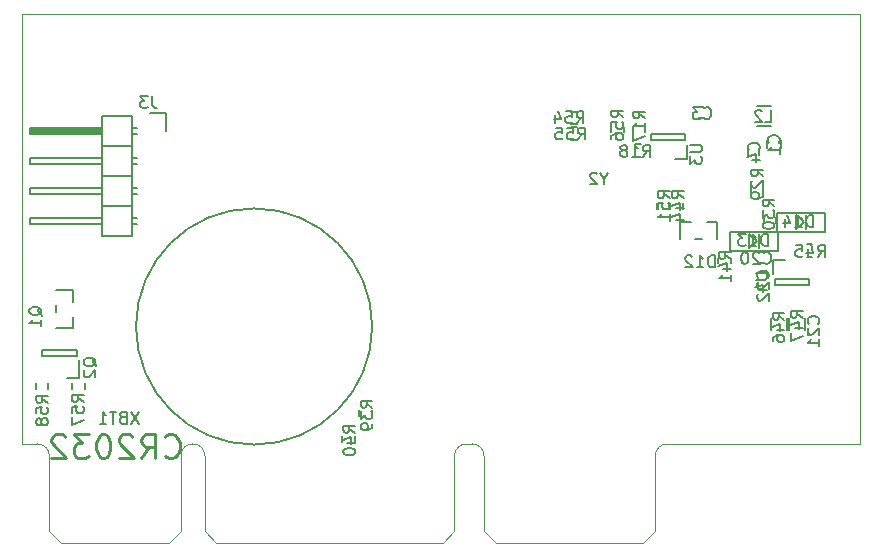
<source format=gbr>
G04 #@! TF.FileFunction,Legend,Bot*
%FSLAX46Y46*%
G04 Gerber Fmt 4.6, Leading zero omitted, Abs format (unit mm)*
G04 Created by KiCad (PCBNEW 4.0.7) date 09/09/17 19:36:50*
%MOMM*%
%LPD*%
G01*
G04 APERTURE LIST*
%ADD10C,0.100000*%
%ADD11C,0.150000*%
%ADD12C,0.250000*%
G04 APERTURE END LIST*
D10*
X86767232Y-135759051D02*
X86767232Y-135359051D01*
X97917232Y-135359051D02*
X97917232Y-135759051D01*
X96917232Y-136759051D02*
X87767232Y-136759051D01*
X96917232Y-136759051D02*
X97917232Y-135759051D01*
X86767232Y-135759051D02*
X87767232Y-136759051D01*
X155417232Y-91959051D02*
X155417232Y-128359051D01*
X84417232Y-128359051D02*
X84417232Y-91959051D01*
X84417232Y-91959051D02*
X155417232Y-91959051D01*
X121067232Y-129359051D02*
X121067232Y-135359051D01*
X121067232Y-129359051D02*
G75*
G02X122067232Y-128359051I1000000J0D01*
G01*
X122567232Y-128359051D02*
X122067232Y-128359051D01*
X122567232Y-128359051D02*
G75*
G02X123567232Y-129359051I0J-1000000D01*
G01*
X123567232Y-135359051D02*
X123567232Y-129359051D01*
X138067232Y-129359051D02*
X138067232Y-135359051D01*
X138067232Y-129359051D02*
G75*
G02X139067232Y-128359051I1000000J0D01*
G01*
X155417232Y-128359051D02*
X139067232Y-128359051D01*
X85767232Y-128359051D02*
X84417232Y-128359051D01*
X85767232Y-128359051D02*
G75*
G02X86767232Y-129359051I0J-1000000D01*
G01*
X86767232Y-135359051D02*
X86767232Y-129359051D01*
X97917232Y-129359051D02*
X97917232Y-135359051D01*
X97917232Y-129359051D02*
G75*
G02X99917232Y-129359051I1000000J0D01*
G01*
X99917232Y-135359051D02*
X99917232Y-129359051D01*
X137067232Y-136759051D02*
X124567232Y-136759051D01*
X137067232Y-136759051D02*
X138067232Y-135759051D01*
X138067232Y-135359051D02*
X138067232Y-135759051D01*
X123567232Y-135759051D02*
X123567232Y-135359051D01*
X123567232Y-135759051D02*
X124567232Y-136759051D01*
X120067232Y-136759051D02*
X100917232Y-136759051D01*
X120067232Y-136759051D02*
X121067232Y-135759051D01*
X121067232Y-135359051D02*
X121067232Y-135759051D01*
X99917232Y-135759051D02*
X99917232Y-135359051D01*
X99917232Y-135759051D02*
X100917232Y-136759051D01*
D11*
X150879200Y-111463600D02*
X151379200Y-111463600D01*
X151379200Y-112513600D02*
X150879200Y-112513600D01*
X142159000Y-100805000D02*
X141659000Y-100805000D01*
X141659000Y-99855000D02*
X142159000Y-99855000D01*
X96631200Y-100304000D02*
X96631200Y-101854000D01*
X95331200Y-100304000D02*
X96631200Y-100304000D01*
X91140200Y-101727000D02*
X85298200Y-101727000D01*
X85298200Y-101727000D02*
X85298200Y-101981000D01*
X85298200Y-101981000D02*
X91140200Y-101981000D01*
X91140200Y-101981000D02*
X91140200Y-101854000D01*
X91140200Y-101854000D02*
X85298200Y-101854000D01*
X93807200Y-101600000D02*
X94188200Y-101600000D01*
X93807200Y-102108000D02*
X94188200Y-102108000D01*
X93807200Y-104140000D02*
X94188200Y-104140000D01*
X93807200Y-104648000D02*
X94188200Y-104648000D01*
X93807200Y-106680000D02*
X94188200Y-106680000D01*
X93807200Y-107188000D02*
X94188200Y-107188000D01*
X93807200Y-109728000D02*
X94188200Y-109728000D01*
X93807200Y-109220000D02*
X94188200Y-109220000D01*
X93807200Y-100584000D02*
X91267200Y-100584000D01*
X93807200Y-103124000D02*
X91267200Y-103124000D01*
X93807200Y-103124000D02*
X93807200Y-105664000D01*
X93807200Y-105664000D02*
X91267200Y-105664000D01*
X91267200Y-104140000D02*
X85171200Y-104140000D01*
X85171200Y-104140000D02*
X85171200Y-104648000D01*
X85171200Y-104648000D02*
X91267200Y-104648000D01*
X91267200Y-105664000D02*
X91267200Y-103124000D01*
X91267200Y-103124000D02*
X91267200Y-100584000D01*
X85171200Y-102108000D02*
X91267200Y-102108000D01*
X85171200Y-101600000D02*
X85171200Y-102108000D01*
X91267200Y-101600000D02*
X85171200Y-101600000D01*
X93807200Y-103124000D02*
X91267200Y-103124000D01*
X93807200Y-100584000D02*
X93807200Y-103124000D01*
X93807200Y-108204000D02*
X91267200Y-108204000D01*
X93807200Y-108204000D02*
X93807200Y-110744000D01*
X93807200Y-110744000D02*
X91267200Y-110744000D01*
X91267200Y-109220000D02*
X85171200Y-109220000D01*
X85171200Y-109220000D02*
X85171200Y-109728000D01*
X85171200Y-109728000D02*
X91267200Y-109728000D01*
X91267200Y-110744000D02*
X91267200Y-108204000D01*
X91267200Y-108204000D02*
X91267200Y-105664000D01*
X85171200Y-107188000D02*
X91267200Y-107188000D01*
X85171200Y-106680000D02*
X85171200Y-107188000D01*
X91267200Y-106680000D02*
X85171200Y-106680000D01*
X93807200Y-108204000D02*
X91267200Y-108204000D01*
X93807200Y-105664000D02*
X93807200Y-108204000D01*
X93807200Y-105664000D02*
X91267200Y-105664000D01*
X137227000Y-101477000D02*
X137227000Y-101977000D01*
X136177000Y-101977000D02*
X136177000Y-101477000D01*
X147506600Y-102621600D02*
X147506600Y-103321600D01*
X148706600Y-103321600D02*
X148706600Y-102621600D01*
X150959000Y-119122000D02*
X150959000Y-118622000D01*
X151909000Y-118622000D02*
X151909000Y-119122000D01*
X146840600Y-112123200D02*
X147340600Y-112123200D01*
X147340600Y-113073200D02*
X146840600Y-113073200D01*
X146643000Y-101459000D02*
X147843000Y-101459000D01*
X147843000Y-99709000D02*
X146643000Y-99709000D01*
X146159200Y-107031600D02*
X146159200Y-106531600D01*
X147209200Y-106531600D02*
X147209200Y-107031600D01*
X148301400Y-109122400D02*
X148301400Y-109622400D01*
X147251400Y-109622400D02*
X147251400Y-109122400D01*
X144466000Y-112576800D02*
X144466000Y-113076800D01*
X143416000Y-113076800D02*
X143416000Y-112576800D01*
X146829000Y-103382000D02*
X146829000Y-103882000D01*
X145879000Y-103882000D02*
X145879000Y-103382000D01*
X136825000Y-104030000D02*
X136325000Y-104030000D01*
X136325000Y-102980000D02*
X136825000Y-102980000D01*
X139352000Y-108454000D02*
X139352000Y-107954000D01*
X140402000Y-107954000D02*
X140402000Y-108454000D01*
X142031200Y-110986800D02*
X141431200Y-110986800D01*
X140131200Y-110986800D02*
X140131200Y-109586800D01*
X140131200Y-109586800D02*
X141131200Y-109586800D01*
X142431200Y-109586800D02*
X143331200Y-109586800D01*
X143331200Y-109586800D02*
X143331200Y-110986800D01*
X150800000Y-109000000D02*
X150800000Y-110200000D01*
X150000000Y-109000000D02*
X150000000Y-110200000D01*
X150000000Y-110200000D02*
X150700000Y-109600000D01*
X150700000Y-109600000D02*
X150000000Y-109000000D01*
X148400000Y-108800000D02*
X152400000Y-108800000D01*
X152400000Y-108800000D02*
X152400000Y-110400000D01*
X152400000Y-110400000D02*
X148400000Y-110400000D01*
X148400000Y-110400000D02*
X148400000Y-108800000D01*
X147838000Y-117737000D02*
X147838000Y-118737000D01*
X149188000Y-118737000D02*
X149188000Y-117737000D01*
X150712000Y-118737000D02*
X150712000Y-117737000D01*
X149362000Y-117737000D02*
X149362000Y-118737000D01*
X146817500Y-110588500D02*
X146817500Y-111788500D01*
X146017500Y-110588500D02*
X146017500Y-111788500D01*
X146017500Y-111788500D02*
X146717500Y-111188500D01*
X146717500Y-111188500D02*
X146017500Y-110588500D01*
X144417500Y-110388500D02*
X148417500Y-110388500D01*
X148417500Y-110388500D02*
X148417500Y-111988500D01*
X148417500Y-111988500D02*
X144417500Y-111988500D01*
X144417500Y-111988500D02*
X144417500Y-110388500D01*
X147718000Y-114659600D02*
X147718000Y-115159600D01*
X146768000Y-115159600D02*
X146768000Y-114659600D01*
X113013000Y-126005400D02*
X113013000Y-125505400D01*
X114063000Y-125505400D02*
X114063000Y-126005400D01*
X111585000Y-128210000D02*
X111585000Y-127710000D01*
X112635000Y-127710000D02*
X112635000Y-128210000D01*
X114101900Y-118414800D02*
G75*
G03X114101900Y-118414800I-10000000J0D01*
G01*
X138215000Y-108460000D02*
X138215000Y-107960000D01*
X139265000Y-107960000D02*
X139265000Y-108460000D01*
X131440000Y-101265000D02*
X130940000Y-101265000D01*
X130940000Y-100215000D02*
X131440000Y-100215000D01*
X131450000Y-102585000D02*
X130950000Y-102585000D01*
X130950000Y-101535000D02*
X131450000Y-101535000D01*
X140715000Y-103062000D02*
X140715000Y-104262000D01*
X140715000Y-104262000D02*
X139715000Y-104262000D01*
X140565000Y-102112000D02*
X140565000Y-102612000D01*
X137665000Y-102112000D02*
X140565000Y-102112000D01*
X137665000Y-102612000D02*
X137665000Y-102112000D01*
X140565000Y-102612000D02*
X137665000Y-102612000D01*
X134335000Y-101990000D02*
X134335000Y-101490000D01*
X135385000Y-101490000D02*
X135385000Y-101990000D01*
X88705000Y-123710000D02*
X88705000Y-123210000D01*
X89755000Y-123210000D02*
X89755000Y-123710000D01*
X85595000Y-123730000D02*
X85595000Y-123230000D01*
X86645000Y-123230000D02*
X86645000Y-123730000D01*
X87370000Y-117230000D02*
X87370000Y-116630000D01*
X87370000Y-115330000D02*
X88770000Y-115330000D01*
X88770000Y-115330000D02*
X88770000Y-116330000D01*
X88770000Y-117630000D02*
X88770000Y-118530000D01*
X88770000Y-118530000D02*
X87370000Y-118530000D01*
X89320000Y-121280000D02*
X89320000Y-122780000D01*
X89320000Y-122780000D02*
X88220000Y-122780000D01*
X89070000Y-120430000D02*
X89070000Y-120930000D01*
X86170000Y-120430000D02*
X89070000Y-120430000D01*
X86170000Y-120930000D02*
X86170000Y-120430000D01*
X89070000Y-120930000D02*
X86170000Y-120930000D01*
X148056000Y-113981000D02*
X148056000Y-112781000D01*
X148056000Y-112781000D02*
X149056000Y-112781000D01*
X148206000Y-114931000D02*
X148206000Y-114431000D01*
X151106000Y-114931000D02*
X148206000Y-114931000D01*
X151106000Y-114431000D02*
X151106000Y-114931000D01*
X148206000Y-114431000D02*
X151106000Y-114431000D01*
X151842857Y-112512381D02*
X152176191Y-112036190D01*
X152414286Y-112512381D02*
X152414286Y-111512381D01*
X152033333Y-111512381D01*
X151938095Y-111560000D01*
X151890476Y-111607619D01*
X151842857Y-111702857D01*
X151842857Y-111845714D01*
X151890476Y-111940952D01*
X151938095Y-111988571D01*
X152033333Y-112036190D01*
X152414286Y-112036190D01*
X150985714Y-111845714D02*
X150985714Y-112512381D01*
X151223810Y-111464762D02*
X151461905Y-112179048D01*
X150842857Y-112179048D01*
X149985714Y-111512381D02*
X150461905Y-111512381D01*
X150509524Y-111988571D01*
X150461905Y-111940952D01*
X150366667Y-111893333D01*
X150128571Y-111893333D01*
X150033333Y-111940952D01*
X149985714Y-111988571D01*
X149938095Y-112083810D01*
X149938095Y-112321905D01*
X149985714Y-112417143D01*
X150033333Y-112464762D01*
X150128571Y-112512381D01*
X150366667Y-112512381D01*
X150461905Y-112464762D01*
X150509524Y-112417143D01*
X142206666Y-100767143D02*
X142254285Y-100814762D01*
X142397142Y-100862381D01*
X142492380Y-100862381D01*
X142635238Y-100814762D01*
X142730476Y-100719524D01*
X142778095Y-100624286D01*
X142825714Y-100433810D01*
X142825714Y-100290952D01*
X142778095Y-100100476D01*
X142730476Y-100005238D01*
X142635238Y-99910000D01*
X142492380Y-99862381D01*
X142397142Y-99862381D01*
X142254285Y-99910000D01*
X142206666Y-99957619D01*
X141873333Y-99862381D02*
X141254285Y-99862381D01*
X141587619Y-100243333D01*
X141444761Y-100243333D01*
X141349523Y-100290952D01*
X141301904Y-100338571D01*
X141254285Y-100433810D01*
X141254285Y-100671905D01*
X141301904Y-100767143D01*
X141349523Y-100814762D01*
X141444761Y-100862381D01*
X141730476Y-100862381D01*
X141825714Y-100814762D01*
X141873333Y-100767143D01*
X95469033Y-98918781D02*
X95469033Y-99633067D01*
X95516653Y-99775924D01*
X95611891Y-99871162D01*
X95754748Y-99918781D01*
X95849986Y-99918781D01*
X95088081Y-98918781D02*
X94469033Y-98918781D01*
X94802367Y-99299733D01*
X94659509Y-99299733D01*
X94564271Y-99347352D01*
X94516652Y-99394971D01*
X94469033Y-99490210D01*
X94469033Y-99728305D01*
X94516652Y-99823543D01*
X94564271Y-99871162D01*
X94659509Y-99918781D01*
X94945224Y-99918781D01*
X95040462Y-99871162D01*
X95088081Y-99823543D01*
X137202381Y-100787143D02*
X136726190Y-100453809D01*
X137202381Y-100215714D02*
X136202381Y-100215714D01*
X136202381Y-100596667D01*
X136250000Y-100691905D01*
X136297619Y-100739524D01*
X136392857Y-100787143D01*
X136535714Y-100787143D01*
X136630952Y-100739524D01*
X136678571Y-100691905D01*
X136726190Y-100596667D01*
X136726190Y-100215714D01*
X137202381Y-101739524D02*
X137202381Y-101168095D01*
X137202381Y-101453809D02*
X136202381Y-101453809D01*
X136345238Y-101358571D01*
X136440476Y-101263333D01*
X136488095Y-101168095D01*
X136202381Y-102072857D02*
X136202381Y-102739524D01*
X137202381Y-102310952D01*
X148507143Y-102843334D02*
X148554762Y-102795715D01*
X148602381Y-102652858D01*
X148602381Y-102557620D01*
X148554762Y-102414762D01*
X148459524Y-102319524D01*
X148364286Y-102271905D01*
X148173810Y-102224286D01*
X148030952Y-102224286D01*
X147840476Y-102271905D01*
X147745238Y-102319524D01*
X147650000Y-102414762D01*
X147602381Y-102557620D01*
X147602381Y-102652858D01*
X147650000Y-102795715D01*
X147697619Y-102843334D01*
X148602381Y-103795715D02*
X148602381Y-103224286D01*
X148602381Y-103510000D02*
X147602381Y-103510000D01*
X147745238Y-103414762D01*
X147840476Y-103319524D01*
X147888095Y-103224286D01*
X151877143Y-118177143D02*
X151924762Y-118129524D01*
X151972381Y-117986667D01*
X151972381Y-117891429D01*
X151924762Y-117748571D01*
X151829524Y-117653333D01*
X151734286Y-117605714D01*
X151543810Y-117558095D01*
X151400952Y-117558095D01*
X151210476Y-117605714D01*
X151115238Y-117653333D01*
X151020000Y-117748571D01*
X150972381Y-117891429D01*
X150972381Y-117986667D01*
X151020000Y-118129524D01*
X151067619Y-118177143D01*
X151067619Y-118558095D02*
X151020000Y-118605714D01*
X150972381Y-118700952D01*
X150972381Y-118939048D01*
X151020000Y-119034286D01*
X151067619Y-119081905D01*
X151162857Y-119129524D01*
X151258095Y-119129524D01*
X151400952Y-119081905D01*
X151972381Y-118510476D01*
X151972381Y-119129524D01*
X151972381Y-120081905D02*
X151972381Y-119510476D01*
X151972381Y-119796190D02*
X150972381Y-119796190D01*
X151115238Y-119700952D01*
X151210476Y-119605714D01*
X151258095Y-119510476D01*
X147262857Y-113027143D02*
X147310476Y-113074762D01*
X147453333Y-113122381D01*
X147548571Y-113122381D01*
X147691429Y-113074762D01*
X147786667Y-112979524D01*
X147834286Y-112884286D01*
X147881905Y-112693810D01*
X147881905Y-112550952D01*
X147834286Y-112360476D01*
X147786667Y-112265238D01*
X147691429Y-112170000D01*
X147548571Y-112122381D01*
X147453333Y-112122381D01*
X147310476Y-112170000D01*
X147262857Y-112217619D01*
X146881905Y-112217619D02*
X146834286Y-112170000D01*
X146739048Y-112122381D01*
X146500952Y-112122381D01*
X146405714Y-112170000D01*
X146358095Y-112217619D01*
X146310476Y-112312857D01*
X146310476Y-112408095D01*
X146358095Y-112550952D01*
X146929524Y-113122381D01*
X146310476Y-113122381D01*
X145691429Y-112122381D02*
X145596190Y-112122381D01*
X145500952Y-112170000D01*
X145453333Y-112217619D01*
X145405714Y-112312857D01*
X145358095Y-112503333D01*
X145358095Y-112741429D01*
X145405714Y-112931905D01*
X145453333Y-113027143D01*
X145500952Y-113074762D01*
X145596190Y-113122381D01*
X145691429Y-113122381D01*
X145786667Y-113074762D01*
X145834286Y-113027143D01*
X145881905Y-112931905D01*
X145929524Y-112741429D01*
X145929524Y-112503333D01*
X145881905Y-112312857D01*
X145834286Y-112217619D01*
X145786667Y-112170000D01*
X145691429Y-112122381D01*
X147366666Y-101082381D02*
X147842857Y-101082381D01*
X147842857Y-100082381D01*
X147080952Y-100177619D02*
X147033333Y-100130000D01*
X146938095Y-100082381D01*
X146699999Y-100082381D01*
X146604761Y-100130000D01*
X146557142Y-100177619D01*
X146509523Y-100272857D01*
X146509523Y-100368095D01*
X146557142Y-100510952D01*
X147128571Y-101082381D01*
X146509523Y-101082381D01*
X147202381Y-105697143D02*
X146726190Y-105363809D01*
X147202381Y-105125714D02*
X146202381Y-105125714D01*
X146202381Y-105506667D01*
X146250000Y-105601905D01*
X146297619Y-105649524D01*
X146392857Y-105697143D01*
X146535714Y-105697143D01*
X146630952Y-105649524D01*
X146678571Y-105601905D01*
X146726190Y-105506667D01*
X146726190Y-105125714D01*
X146297619Y-106078095D02*
X146250000Y-106125714D01*
X146202381Y-106220952D01*
X146202381Y-106459048D01*
X146250000Y-106554286D01*
X146297619Y-106601905D01*
X146392857Y-106649524D01*
X146488095Y-106649524D01*
X146630952Y-106601905D01*
X147202381Y-106030476D01*
X147202381Y-106649524D01*
X147202381Y-107125714D02*
X147202381Y-107316190D01*
X147154762Y-107411429D01*
X147107143Y-107459048D01*
X146964286Y-107554286D01*
X146773810Y-107601905D01*
X146392857Y-107601905D01*
X146297619Y-107554286D01*
X146250000Y-107506667D01*
X146202381Y-107411429D01*
X146202381Y-107220952D01*
X146250000Y-107125714D01*
X146297619Y-107078095D01*
X146392857Y-107030476D01*
X146630952Y-107030476D01*
X146726190Y-107078095D01*
X146773810Y-107125714D01*
X146821429Y-107220952D01*
X146821429Y-107411429D01*
X146773810Y-107506667D01*
X146726190Y-107554286D01*
X146630952Y-107601905D01*
X148152381Y-108247143D02*
X147676190Y-107913809D01*
X148152381Y-107675714D02*
X147152381Y-107675714D01*
X147152381Y-108056667D01*
X147200000Y-108151905D01*
X147247619Y-108199524D01*
X147342857Y-108247143D01*
X147485714Y-108247143D01*
X147580952Y-108199524D01*
X147628571Y-108151905D01*
X147676190Y-108056667D01*
X147676190Y-107675714D01*
X147152381Y-108580476D02*
X147152381Y-109199524D01*
X147533333Y-108866190D01*
X147533333Y-109009048D01*
X147580952Y-109104286D01*
X147628571Y-109151905D01*
X147723810Y-109199524D01*
X147961905Y-109199524D01*
X148057143Y-109151905D01*
X148104762Y-109104286D01*
X148152381Y-109009048D01*
X148152381Y-108723333D01*
X148104762Y-108628095D01*
X148057143Y-108580476D01*
X147152381Y-109818571D02*
X147152381Y-109913810D01*
X147200000Y-110009048D01*
X147247619Y-110056667D01*
X147342857Y-110104286D01*
X147533333Y-110151905D01*
X147771429Y-110151905D01*
X147961905Y-110104286D01*
X148057143Y-110056667D01*
X148104762Y-110009048D01*
X148152381Y-109913810D01*
X148152381Y-109818571D01*
X148104762Y-109723333D01*
X148057143Y-109675714D01*
X147961905Y-109628095D01*
X147771429Y-109580476D01*
X147533333Y-109580476D01*
X147342857Y-109628095D01*
X147247619Y-109675714D01*
X147200000Y-109723333D01*
X147152381Y-109818571D01*
X144462381Y-112697143D02*
X143986190Y-112363809D01*
X144462381Y-112125714D02*
X143462381Y-112125714D01*
X143462381Y-112506667D01*
X143510000Y-112601905D01*
X143557619Y-112649524D01*
X143652857Y-112697143D01*
X143795714Y-112697143D01*
X143890952Y-112649524D01*
X143938571Y-112601905D01*
X143986190Y-112506667D01*
X143986190Y-112125714D01*
X143795714Y-113554286D02*
X144462381Y-113554286D01*
X143414762Y-113316190D02*
X144129048Y-113078095D01*
X144129048Y-113697143D01*
X144462381Y-114601905D02*
X144462381Y-114030476D01*
X144462381Y-114316190D02*
X143462381Y-114316190D01*
X143605238Y-114220952D01*
X143700476Y-114125714D01*
X143748095Y-114030476D01*
X146817143Y-103463334D02*
X146864762Y-103415715D01*
X146912381Y-103272858D01*
X146912381Y-103177620D01*
X146864762Y-103034762D01*
X146769524Y-102939524D01*
X146674286Y-102891905D01*
X146483810Y-102844286D01*
X146340952Y-102844286D01*
X146150476Y-102891905D01*
X146055238Y-102939524D01*
X145960000Y-103034762D01*
X145912381Y-103177620D01*
X145912381Y-103272858D01*
X145960000Y-103415715D01*
X146007619Y-103463334D01*
X146245714Y-104320477D02*
X146912381Y-104320477D01*
X145864762Y-104082381D02*
X146579048Y-103844286D01*
X146579048Y-104463334D01*
X137022857Y-104052381D02*
X137356191Y-103576190D01*
X137594286Y-104052381D02*
X137594286Y-103052381D01*
X137213333Y-103052381D01*
X137118095Y-103100000D01*
X137070476Y-103147619D01*
X137022857Y-103242857D01*
X137022857Y-103385714D01*
X137070476Y-103480952D01*
X137118095Y-103528571D01*
X137213333Y-103576190D01*
X137594286Y-103576190D01*
X136070476Y-104052381D02*
X136641905Y-104052381D01*
X136356191Y-104052381D02*
X136356191Y-103052381D01*
X136451429Y-103195238D01*
X136546667Y-103290476D01*
X136641905Y-103338095D01*
X135499048Y-103480952D02*
X135594286Y-103433333D01*
X135641905Y-103385714D01*
X135689524Y-103290476D01*
X135689524Y-103242857D01*
X135641905Y-103147619D01*
X135594286Y-103100000D01*
X135499048Y-103052381D01*
X135308571Y-103052381D01*
X135213333Y-103100000D01*
X135165714Y-103147619D01*
X135118095Y-103242857D01*
X135118095Y-103290476D01*
X135165714Y-103385714D01*
X135213333Y-103433333D01*
X135308571Y-103480952D01*
X135499048Y-103480952D01*
X135594286Y-103528571D01*
X135641905Y-103576190D01*
X135689524Y-103671429D01*
X135689524Y-103861905D01*
X135641905Y-103957143D01*
X135594286Y-104004762D01*
X135499048Y-104052381D01*
X135308571Y-104052381D01*
X135213333Y-104004762D01*
X135165714Y-103957143D01*
X135118095Y-103861905D01*
X135118095Y-103671429D01*
X135165714Y-103576190D01*
X135213333Y-103528571D01*
X135308571Y-103480952D01*
X140472381Y-107557143D02*
X139996190Y-107223809D01*
X140472381Y-106985714D02*
X139472381Y-106985714D01*
X139472381Y-107366667D01*
X139520000Y-107461905D01*
X139567619Y-107509524D01*
X139662857Y-107557143D01*
X139805714Y-107557143D01*
X139900952Y-107509524D01*
X139948571Y-107461905D01*
X139996190Y-107366667D01*
X139996190Y-106985714D01*
X139805714Y-108414286D02*
X140472381Y-108414286D01*
X139424762Y-108176190D02*
X140139048Y-107938095D01*
X140139048Y-108557143D01*
X139805714Y-109366667D02*
X140472381Y-109366667D01*
X139424762Y-109128571D02*
X140139048Y-108890476D01*
X140139048Y-109509524D01*
X143083446Y-113403641D02*
X143083446Y-112403641D01*
X142845351Y-112403641D01*
X142702493Y-112451260D01*
X142607255Y-112546498D01*
X142559636Y-112641736D01*
X142512017Y-112832212D01*
X142512017Y-112975070D01*
X142559636Y-113165546D01*
X142607255Y-113260784D01*
X142702493Y-113356022D01*
X142845351Y-113403641D01*
X143083446Y-113403641D01*
X141559636Y-113403641D02*
X142131065Y-113403641D01*
X141845351Y-113403641D02*
X141845351Y-112403641D01*
X141940589Y-112546498D01*
X142035827Y-112641736D01*
X142131065Y-112689355D01*
X141178684Y-112498879D02*
X141131065Y-112451260D01*
X141035827Y-112403641D01*
X140797731Y-112403641D01*
X140702493Y-112451260D01*
X140654874Y-112498879D01*
X140607255Y-112594117D01*
X140607255Y-112689355D01*
X140654874Y-112832212D01*
X141226303Y-113403641D01*
X140607255Y-113403641D01*
X151404286Y-109982381D02*
X151404286Y-108982381D01*
X151166191Y-108982381D01*
X151023333Y-109030000D01*
X150928095Y-109125238D01*
X150880476Y-109220476D01*
X150832857Y-109410952D01*
X150832857Y-109553810D01*
X150880476Y-109744286D01*
X150928095Y-109839524D01*
X151023333Y-109934762D01*
X151166191Y-109982381D01*
X151404286Y-109982381D01*
X149880476Y-109982381D02*
X150451905Y-109982381D01*
X150166191Y-109982381D02*
X150166191Y-108982381D01*
X150261429Y-109125238D01*
X150356667Y-109220476D01*
X150451905Y-109268095D01*
X149023333Y-109315714D02*
X149023333Y-109982381D01*
X149261429Y-108934762D02*
X149499524Y-109649048D01*
X148880476Y-109649048D01*
X149002381Y-117827143D02*
X148526190Y-117493809D01*
X149002381Y-117255714D02*
X148002381Y-117255714D01*
X148002381Y-117636667D01*
X148050000Y-117731905D01*
X148097619Y-117779524D01*
X148192857Y-117827143D01*
X148335714Y-117827143D01*
X148430952Y-117779524D01*
X148478571Y-117731905D01*
X148526190Y-117636667D01*
X148526190Y-117255714D01*
X148335714Y-118684286D02*
X149002381Y-118684286D01*
X147954762Y-118446190D02*
X148669048Y-118208095D01*
X148669048Y-118827143D01*
X148002381Y-119636667D02*
X148002381Y-119446190D01*
X148050000Y-119350952D01*
X148097619Y-119303333D01*
X148240476Y-119208095D01*
X148430952Y-119160476D01*
X148811905Y-119160476D01*
X148907143Y-119208095D01*
X148954762Y-119255714D01*
X149002381Y-119350952D01*
X149002381Y-119541429D01*
X148954762Y-119636667D01*
X148907143Y-119684286D01*
X148811905Y-119731905D01*
X148573810Y-119731905D01*
X148478571Y-119684286D01*
X148430952Y-119636667D01*
X148383333Y-119541429D01*
X148383333Y-119350952D01*
X148430952Y-119255714D01*
X148478571Y-119208095D01*
X148573810Y-119160476D01*
X150542381Y-117667143D02*
X150066190Y-117333809D01*
X150542381Y-117095714D02*
X149542381Y-117095714D01*
X149542381Y-117476667D01*
X149590000Y-117571905D01*
X149637619Y-117619524D01*
X149732857Y-117667143D01*
X149875714Y-117667143D01*
X149970952Y-117619524D01*
X150018571Y-117571905D01*
X150066190Y-117476667D01*
X150066190Y-117095714D01*
X149875714Y-118524286D02*
X150542381Y-118524286D01*
X149494762Y-118286190D02*
X150209048Y-118048095D01*
X150209048Y-118667143D01*
X149542381Y-118952857D02*
X149542381Y-119619524D01*
X150542381Y-119190952D01*
X147574286Y-111572381D02*
X147574286Y-110572381D01*
X147336191Y-110572381D01*
X147193333Y-110620000D01*
X147098095Y-110715238D01*
X147050476Y-110810476D01*
X147002857Y-111000952D01*
X147002857Y-111143810D01*
X147050476Y-111334286D01*
X147098095Y-111429524D01*
X147193333Y-111524762D01*
X147336191Y-111572381D01*
X147574286Y-111572381D01*
X146050476Y-111572381D02*
X146621905Y-111572381D01*
X146336191Y-111572381D02*
X146336191Y-110572381D01*
X146431429Y-110715238D01*
X146526667Y-110810476D01*
X146621905Y-110858095D01*
X145717143Y-110572381D02*
X145098095Y-110572381D01*
X145431429Y-110953333D01*
X145288571Y-110953333D01*
X145193333Y-111000952D01*
X145145714Y-111048571D01*
X145098095Y-111143810D01*
X145098095Y-111381905D01*
X145145714Y-111477143D01*
X145193333Y-111524762D01*
X145288571Y-111572381D01*
X145574286Y-111572381D01*
X145669524Y-111524762D01*
X145717143Y-111477143D01*
X147587143Y-114317143D02*
X147634762Y-114269524D01*
X147682381Y-114126667D01*
X147682381Y-114031429D01*
X147634762Y-113888571D01*
X147539524Y-113793333D01*
X147444286Y-113745714D01*
X147253810Y-113698095D01*
X147110952Y-113698095D01*
X146920476Y-113745714D01*
X146825238Y-113793333D01*
X146730000Y-113888571D01*
X146682381Y-114031429D01*
X146682381Y-114126667D01*
X146730000Y-114269524D01*
X146777619Y-114317143D01*
X146777619Y-114698095D02*
X146730000Y-114745714D01*
X146682381Y-114840952D01*
X146682381Y-115079048D01*
X146730000Y-115174286D01*
X146777619Y-115221905D01*
X146872857Y-115269524D01*
X146968095Y-115269524D01*
X147110952Y-115221905D01*
X147682381Y-114650476D01*
X147682381Y-115269524D01*
X146777619Y-115650476D02*
X146730000Y-115698095D01*
X146682381Y-115793333D01*
X146682381Y-116031429D01*
X146730000Y-116126667D01*
X146777619Y-116174286D01*
X146872857Y-116221905D01*
X146968095Y-116221905D01*
X147110952Y-116174286D01*
X147682381Y-115602857D01*
X147682381Y-116221905D01*
X114112381Y-125277143D02*
X113636190Y-124943809D01*
X114112381Y-124705714D02*
X113112381Y-124705714D01*
X113112381Y-125086667D01*
X113160000Y-125181905D01*
X113207619Y-125229524D01*
X113302857Y-125277143D01*
X113445714Y-125277143D01*
X113540952Y-125229524D01*
X113588571Y-125181905D01*
X113636190Y-125086667D01*
X113636190Y-124705714D01*
X113112381Y-125610476D02*
X113112381Y-126229524D01*
X113493333Y-125896190D01*
X113493333Y-126039048D01*
X113540952Y-126134286D01*
X113588571Y-126181905D01*
X113683810Y-126229524D01*
X113921905Y-126229524D01*
X114017143Y-126181905D01*
X114064762Y-126134286D01*
X114112381Y-126039048D01*
X114112381Y-125753333D01*
X114064762Y-125658095D01*
X114017143Y-125610476D01*
X114112381Y-126705714D02*
X114112381Y-126896190D01*
X114064762Y-126991429D01*
X114017143Y-127039048D01*
X113874286Y-127134286D01*
X113683810Y-127181905D01*
X113302857Y-127181905D01*
X113207619Y-127134286D01*
X113160000Y-127086667D01*
X113112381Y-126991429D01*
X113112381Y-126800952D01*
X113160000Y-126705714D01*
X113207619Y-126658095D01*
X113302857Y-126610476D01*
X113540952Y-126610476D01*
X113636190Y-126658095D01*
X113683810Y-126705714D01*
X113731429Y-126800952D01*
X113731429Y-126991429D01*
X113683810Y-127086667D01*
X113636190Y-127134286D01*
X113540952Y-127181905D01*
X112652381Y-127397143D02*
X112176190Y-127063809D01*
X112652381Y-126825714D02*
X111652381Y-126825714D01*
X111652381Y-127206667D01*
X111700000Y-127301905D01*
X111747619Y-127349524D01*
X111842857Y-127397143D01*
X111985714Y-127397143D01*
X112080952Y-127349524D01*
X112128571Y-127301905D01*
X112176190Y-127206667D01*
X112176190Y-126825714D01*
X111985714Y-128254286D02*
X112652381Y-128254286D01*
X111604762Y-128016190D02*
X112319048Y-127778095D01*
X112319048Y-128397143D01*
X111652381Y-128968571D02*
X111652381Y-129063810D01*
X111700000Y-129159048D01*
X111747619Y-129206667D01*
X111842857Y-129254286D01*
X112033333Y-129301905D01*
X112271429Y-129301905D01*
X112461905Y-129254286D01*
X112557143Y-129206667D01*
X112604762Y-129159048D01*
X112652381Y-129063810D01*
X112652381Y-128968571D01*
X112604762Y-128873333D01*
X112557143Y-128825714D01*
X112461905Y-128778095D01*
X112271429Y-128730476D01*
X112033333Y-128730476D01*
X111842857Y-128778095D01*
X111747619Y-128825714D01*
X111700000Y-128873333D01*
X111652381Y-128968571D01*
X94349676Y-125639581D02*
X93683009Y-126639581D01*
X93683009Y-125639581D02*
X94349676Y-126639581D01*
X92968723Y-126115771D02*
X92825866Y-126163390D01*
X92778247Y-126211010D01*
X92730628Y-126306248D01*
X92730628Y-126449105D01*
X92778247Y-126544343D01*
X92825866Y-126591962D01*
X92921104Y-126639581D01*
X93302057Y-126639581D01*
X93302057Y-125639581D01*
X92968723Y-125639581D01*
X92873485Y-125687200D01*
X92825866Y-125734819D01*
X92778247Y-125830057D01*
X92778247Y-125925295D01*
X92825866Y-126020533D01*
X92873485Y-126068152D01*
X92968723Y-126115771D01*
X93302057Y-126115771D01*
X92444914Y-125639581D02*
X91873485Y-125639581D01*
X92159200Y-126639581D02*
X92159200Y-125639581D01*
X91016342Y-126639581D02*
X91587771Y-126639581D01*
X91302057Y-126639581D02*
X91302057Y-125639581D01*
X91397295Y-125782438D01*
X91492533Y-125877676D01*
X91587771Y-125925295D01*
D12*
X96560116Y-129350046D02*
X96655354Y-129445284D01*
X96941069Y-129540522D01*
X97131545Y-129540522D01*
X97417259Y-129445284D01*
X97607735Y-129254808D01*
X97702974Y-129064331D01*
X97798212Y-128683379D01*
X97798212Y-128397665D01*
X97702974Y-128016712D01*
X97607735Y-127826236D01*
X97417259Y-127635760D01*
X97131545Y-127540522D01*
X96941069Y-127540522D01*
X96655354Y-127635760D01*
X96560116Y-127730998D01*
X94560116Y-129540522D02*
X95226783Y-128588141D01*
X95702974Y-129540522D02*
X95702974Y-127540522D01*
X94941069Y-127540522D01*
X94750593Y-127635760D01*
X94655354Y-127730998D01*
X94560116Y-127921474D01*
X94560116Y-128207189D01*
X94655354Y-128397665D01*
X94750593Y-128492903D01*
X94941069Y-128588141D01*
X95702974Y-128588141D01*
X93798212Y-127730998D02*
X93702974Y-127635760D01*
X93512497Y-127540522D01*
X93036307Y-127540522D01*
X92845831Y-127635760D01*
X92750593Y-127730998D01*
X92655354Y-127921474D01*
X92655354Y-128111950D01*
X92750593Y-128397665D01*
X93893450Y-129540522D01*
X92655354Y-129540522D01*
X91417259Y-127540522D02*
X91226783Y-127540522D01*
X91036307Y-127635760D01*
X90941069Y-127730998D01*
X90845831Y-127921474D01*
X90750592Y-128302427D01*
X90750592Y-128778617D01*
X90845831Y-129159570D01*
X90941069Y-129350046D01*
X91036307Y-129445284D01*
X91226783Y-129540522D01*
X91417259Y-129540522D01*
X91607735Y-129445284D01*
X91702973Y-129350046D01*
X91798212Y-129159570D01*
X91893450Y-128778617D01*
X91893450Y-128302427D01*
X91798212Y-127921474D01*
X91702973Y-127730998D01*
X91607735Y-127635760D01*
X91417259Y-127540522D01*
X90083926Y-127540522D02*
X88845830Y-127540522D01*
X89512497Y-128302427D01*
X89226783Y-128302427D01*
X89036307Y-128397665D01*
X88941069Y-128492903D01*
X88845830Y-128683379D01*
X88845830Y-129159570D01*
X88941069Y-129350046D01*
X89036307Y-129445284D01*
X89226783Y-129540522D01*
X89798211Y-129540522D01*
X89988688Y-129445284D01*
X90083926Y-129350046D01*
X88083926Y-127730998D02*
X87988688Y-127635760D01*
X87798211Y-127540522D01*
X87322021Y-127540522D01*
X87131545Y-127635760D01*
X87036307Y-127730998D01*
X86941068Y-127921474D01*
X86941068Y-128111950D01*
X87036307Y-128397665D01*
X88179164Y-129540522D01*
X86941068Y-129540522D01*
D11*
X139282381Y-107557143D02*
X138806190Y-107223809D01*
X139282381Y-106985714D02*
X138282381Y-106985714D01*
X138282381Y-107366667D01*
X138330000Y-107461905D01*
X138377619Y-107509524D01*
X138472857Y-107557143D01*
X138615714Y-107557143D01*
X138710952Y-107509524D01*
X138758571Y-107461905D01*
X138806190Y-107366667D01*
X138806190Y-106985714D01*
X138282381Y-108461905D02*
X138282381Y-107985714D01*
X138758571Y-107938095D01*
X138710952Y-107985714D01*
X138663333Y-108080952D01*
X138663333Y-108319048D01*
X138710952Y-108414286D01*
X138758571Y-108461905D01*
X138853810Y-108509524D01*
X139091905Y-108509524D01*
X139187143Y-108461905D01*
X139234762Y-108414286D01*
X139282381Y-108319048D01*
X139282381Y-108080952D01*
X139234762Y-107985714D01*
X139187143Y-107938095D01*
X139282381Y-109461905D02*
X139282381Y-108890476D01*
X139282381Y-109176190D02*
X138282381Y-109176190D01*
X138425238Y-109080952D01*
X138520476Y-108985714D01*
X138568095Y-108890476D01*
X131412857Y-101212381D02*
X131746191Y-100736190D01*
X131984286Y-101212381D02*
X131984286Y-100212381D01*
X131603333Y-100212381D01*
X131508095Y-100260000D01*
X131460476Y-100307619D01*
X131412857Y-100402857D01*
X131412857Y-100545714D01*
X131460476Y-100640952D01*
X131508095Y-100688571D01*
X131603333Y-100736190D01*
X131984286Y-100736190D01*
X130508095Y-100212381D02*
X130984286Y-100212381D01*
X131031905Y-100688571D01*
X130984286Y-100640952D01*
X130889048Y-100593333D01*
X130650952Y-100593333D01*
X130555714Y-100640952D01*
X130508095Y-100688571D01*
X130460476Y-100783810D01*
X130460476Y-101021905D01*
X130508095Y-101117143D01*
X130555714Y-101164762D01*
X130650952Y-101212381D01*
X130889048Y-101212381D01*
X130984286Y-101164762D01*
X131031905Y-101117143D01*
X129603333Y-100545714D02*
X129603333Y-101212381D01*
X129841429Y-100164762D02*
X130079524Y-100879048D01*
X129460476Y-100879048D01*
X131512857Y-102582381D02*
X131846191Y-102106190D01*
X132084286Y-102582381D02*
X132084286Y-101582381D01*
X131703333Y-101582381D01*
X131608095Y-101630000D01*
X131560476Y-101677619D01*
X131512857Y-101772857D01*
X131512857Y-101915714D01*
X131560476Y-102010952D01*
X131608095Y-102058571D01*
X131703333Y-102106190D01*
X132084286Y-102106190D01*
X130608095Y-101582381D02*
X131084286Y-101582381D01*
X131131905Y-102058571D01*
X131084286Y-102010952D01*
X130989048Y-101963333D01*
X130750952Y-101963333D01*
X130655714Y-102010952D01*
X130608095Y-102058571D01*
X130560476Y-102153810D01*
X130560476Y-102391905D01*
X130608095Y-102487143D01*
X130655714Y-102534762D01*
X130750952Y-102582381D01*
X130989048Y-102582381D01*
X131084286Y-102534762D01*
X131131905Y-102487143D01*
X129655714Y-101582381D02*
X130131905Y-101582381D01*
X130179524Y-102058571D01*
X130131905Y-102010952D01*
X130036667Y-101963333D01*
X129798571Y-101963333D01*
X129703333Y-102010952D01*
X129655714Y-102058571D01*
X129608095Y-102153810D01*
X129608095Y-102391905D01*
X129655714Y-102487143D01*
X129703333Y-102534762D01*
X129798571Y-102582381D01*
X130036667Y-102582381D01*
X130131905Y-102534762D01*
X130179524Y-102487143D01*
X141022381Y-103058095D02*
X141831905Y-103058095D01*
X141927143Y-103105714D01*
X141974762Y-103153333D01*
X142022381Y-103248571D01*
X142022381Y-103439048D01*
X141974762Y-103534286D01*
X141927143Y-103581905D01*
X141831905Y-103629524D01*
X141022381Y-103629524D01*
X141022381Y-104010476D02*
X141022381Y-104629524D01*
X141403333Y-104296190D01*
X141403333Y-104439048D01*
X141450952Y-104534286D01*
X141498571Y-104581905D01*
X141593810Y-104629524D01*
X141831905Y-104629524D01*
X141927143Y-104581905D01*
X141974762Y-104534286D01*
X142022381Y-104439048D01*
X142022381Y-104153333D01*
X141974762Y-104058095D01*
X141927143Y-104010476D01*
X135352381Y-100707143D02*
X134876190Y-100373809D01*
X135352381Y-100135714D02*
X134352381Y-100135714D01*
X134352381Y-100516667D01*
X134400000Y-100611905D01*
X134447619Y-100659524D01*
X134542857Y-100707143D01*
X134685714Y-100707143D01*
X134780952Y-100659524D01*
X134828571Y-100611905D01*
X134876190Y-100516667D01*
X134876190Y-100135714D01*
X134352381Y-101611905D02*
X134352381Y-101135714D01*
X134828571Y-101088095D01*
X134780952Y-101135714D01*
X134733333Y-101230952D01*
X134733333Y-101469048D01*
X134780952Y-101564286D01*
X134828571Y-101611905D01*
X134923810Y-101659524D01*
X135161905Y-101659524D01*
X135257143Y-101611905D01*
X135304762Y-101564286D01*
X135352381Y-101469048D01*
X135352381Y-101230952D01*
X135304762Y-101135714D01*
X135257143Y-101088095D01*
X134352381Y-102516667D02*
X134352381Y-102326190D01*
X134400000Y-102230952D01*
X134447619Y-102183333D01*
X134590476Y-102088095D01*
X134780952Y-102040476D01*
X135161905Y-102040476D01*
X135257143Y-102088095D01*
X135304762Y-102135714D01*
X135352381Y-102230952D01*
X135352381Y-102421429D01*
X135304762Y-102516667D01*
X135257143Y-102564286D01*
X135161905Y-102611905D01*
X134923810Y-102611905D01*
X134828571Y-102564286D01*
X134780952Y-102516667D01*
X134733333Y-102421429D01*
X134733333Y-102230952D01*
X134780952Y-102135714D01*
X134828571Y-102088095D01*
X134923810Y-102040476D01*
X89672381Y-124807143D02*
X89196190Y-124473809D01*
X89672381Y-124235714D02*
X88672381Y-124235714D01*
X88672381Y-124616667D01*
X88720000Y-124711905D01*
X88767619Y-124759524D01*
X88862857Y-124807143D01*
X89005714Y-124807143D01*
X89100952Y-124759524D01*
X89148571Y-124711905D01*
X89196190Y-124616667D01*
X89196190Y-124235714D01*
X88672381Y-125711905D02*
X88672381Y-125235714D01*
X89148571Y-125188095D01*
X89100952Y-125235714D01*
X89053333Y-125330952D01*
X89053333Y-125569048D01*
X89100952Y-125664286D01*
X89148571Y-125711905D01*
X89243810Y-125759524D01*
X89481905Y-125759524D01*
X89577143Y-125711905D01*
X89624762Y-125664286D01*
X89672381Y-125569048D01*
X89672381Y-125330952D01*
X89624762Y-125235714D01*
X89577143Y-125188095D01*
X88672381Y-126092857D02*
X88672381Y-126759524D01*
X89672381Y-126330952D01*
X86652381Y-124867143D02*
X86176190Y-124533809D01*
X86652381Y-124295714D02*
X85652381Y-124295714D01*
X85652381Y-124676667D01*
X85700000Y-124771905D01*
X85747619Y-124819524D01*
X85842857Y-124867143D01*
X85985714Y-124867143D01*
X86080952Y-124819524D01*
X86128571Y-124771905D01*
X86176190Y-124676667D01*
X86176190Y-124295714D01*
X85652381Y-125771905D02*
X85652381Y-125295714D01*
X86128571Y-125248095D01*
X86080952Y-125295714D01*
X86033333Y-125390952D01*
X86033333Y-125629048D01*
X86080952Y-125724286D01*
X86128571Y-125771905D01*
X86223810Y-125819524D01*
X86461905Y-125819524D01*
X86557143Y-125771905D01*
X86604762Y-125724286D01*
X86652381Y-125629048D01*
X86652381Y-125390952D01*
X86604762Y-125295714D01*
X86557143Y-125248095D01*
X86080952Y-126390952D02*
X86033333Y-126295714D01*
X85985714Y-126248095D01*
X85890476Y-126200476D01*
X85842857Y-126200476D01*
X85747619Y-126248095D01*
X85700000Y-126295714D01*
X85652381Y-126390952D01*
X85652381Y-126581429D01*
X85700000Y-126676667D01*
X85747619Y-126724286D01*
X85842857Y-126771905D01*
X85890476Y-126771905D01*
X85985714Y-126724286D01*
X86033333Y-126676667D01*
X86080952Y-126581429D01*
X86080952Y-126390952D01*
X86128571Y-126295714D01*
X86176190Y-126248095D01*
X86271429Y-126200476D01*
X86461905Y-126200476D01*
X86557143Y-126248095D01*
X86604762Y-126295714D01*
X86652381Y-126390952D01*
X86652381Y-126581429D01*
X86604762Y-126676667D01*
X86557143Y-126724286D01*
X86461905Y-126771905D01*
X86271429Y-126771905D01*
X86176190Y-126724286D01*
X86128571Y-126676667D01*
X86080952Y-126581429D01*
X86137619Y-117494762D02*
X86090000Y-117399524D01*
X85994762Y-117304286D01*
X85851905Y-117161429D01*
X85804286Y-117066190D01*
X85804286Y-116970952D01*
X86042381Y-117018571D02*
X85994762Y-116923333D01*
X85899524Y-116828095D01*
X85709048Y-116780476D01*
X85375714Y-116780476D01*
X85185238Y-116828095D01*
X85090000Y-116923333D01*
X85042381Y-117018571D01*
X85042381Y-117209048D01*
X85090000Y-117304286D01*
X85185238Y-117399524D01*
X85375714Y-117447143D01*
X85709048Y-117447143D01*
X85899524Y-117399524D01*
X85994762Y-117304286D01*
X86042381Y-117209048D01*
X86042381Y-117018571D01*
X86042381Y-118399524D02*
X86042381Y-117828095D01*
X86042381Y-118113809D02*
X85042381Y-118113809D01*
X85185238Y-118018571D01*
X85280476Y-117923333D01*
X85328095Y-117828095D01*
X133746191Y-105906190D02*
X133746191Y-106382381D01*
X134079524Y-105382381D02*
X133746191Y-105906190D01*
X133412857Y-105382381D01*
X133127143Y-105477619D02*
X133079524Y-105430000D01*
X132984286Y-105382381D01*
X132746190Y-105382381D01*
X132650952Y-105430000D01*
X132603333Y-105477619D01*
X132555714Y-105572857D01*
X132555714Y-105668095D01*
X132603333Y-105810952D01*
X133174762Y-106382381D01*
X132555714Y-106382381D01*
X90757619Y-121794762D02*
X90710000Y-121699524D01*
X90614762Y-121604286D01*
X90471905Y-121461429D01*
X90424286Y-121366190D01*
X90424286Y-121270952D01*
X90662381Y-121318571D02*
X90614762Y-121223333D01*
X90519524Y-121128095D01*
X90329048Y-121080476D01*
X89995714Y-121080476D01*
X89805238Y-121128095D01*
X89710000Y-121223333D01*
X89662381Y-121318571D01*
X89662381Y-121509048D01*
X89710000Y-121604286D01*
X89805238Y-121699524D01*
X89995714Y-121747143D01*
X90329048Y-121747143D01*
X90519524Y-121699524D01*
X90614762Y-121604286D01*
X90662381Y-121509048D01*
X90662381Y-121318571D01*
X89757619Y-122128095D02*
X89710000Y-122175714D01*
X89662381Y-122270952D01*
X89662381Y-122509048D01*
X89710000Y-122604286D01*
X89757619Y-122651905D01*
X89852857Y-122699524D01*
X89948095Y-122699524D01*
X90090952Y-122651905D01*
X90662381Y-122080476D01*
X90662381Y-122699524D01*
X146558381Y-113869095D02*
X147367905Y-113869095D01*
X147463143Y-113916714D01*
X147510762Y-113964333D01*
X147558381Y-114059571D01*
X147558381Y-114250048D01*
X147510762Y-114345286D01*
X147463143Y-114392905D01*
X147367905Y-114440524D01*
X146558381Y-114440524D01*
X146891714Y-115345286D02*
X147558381Y-115345286D01*
X146510762Y-115107190D02*
X147225048Y-114869095D01*
X147225048Y-115488143D01*
M02*

</source>
